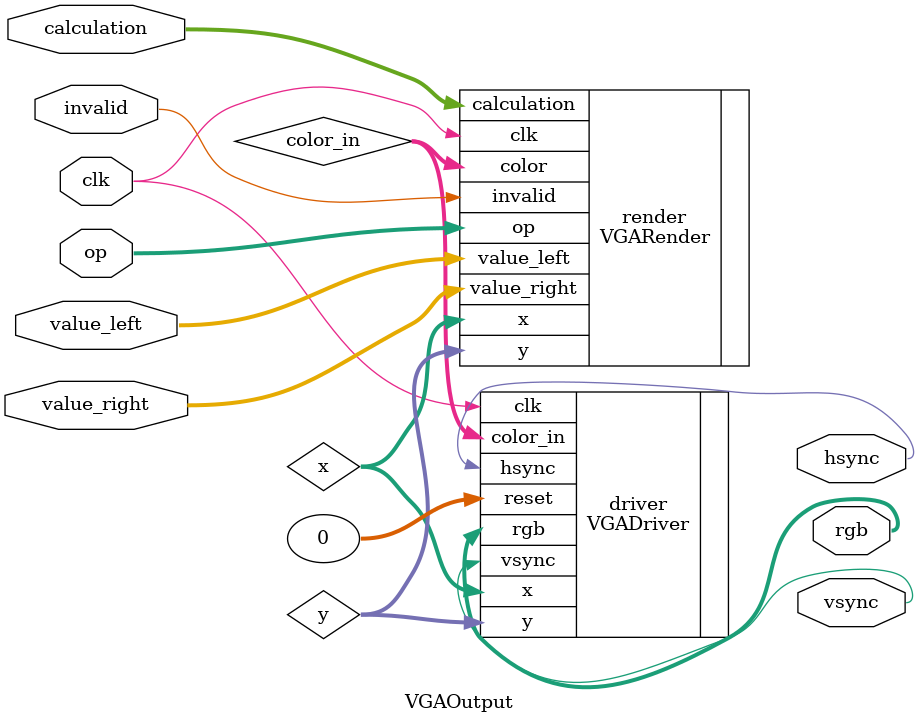
<source format=v>
`timescale 1ns / 1ps


module VGAOutput(
    output [11:0] rgb,
    output hsync, vsync,
    input [15:0] value_left,
    input [2:0] op,
    input [15:0] value_right,
    input invalid,
    input [15:0] calculation,
    input clk
    );

    wire [9:0] x;
    wire [9:0] y;
    wire [11:0] color_in;

    ///////////////////////////////////////
    // Driver
    VGADriver driver(
    	.hsync (hsync ),
        .vsync (vsync ),
        .x     (x     ),
        .y     (y     ),
        .rgb   (rgb   ),
        .color_in (color_in ),
        .clk   (clk   ),
        .reset (0)
    );
    
    ///////////////////////////////////////
    // Rendering, take x and y and assign color_in (RRRRGGGGBBBB)
    VGARender render(
    	.color       (color_in       ),
        .x           (x           ),
        .y           (y           ),
        .value_left  (value_left  ),
        .op          (op          ),
        .value_right (value_right ),
        .invalid     (invalid     ),
        .calculation (calculation ),
        .clk         (clk         )
    );

endmodule

</source>
